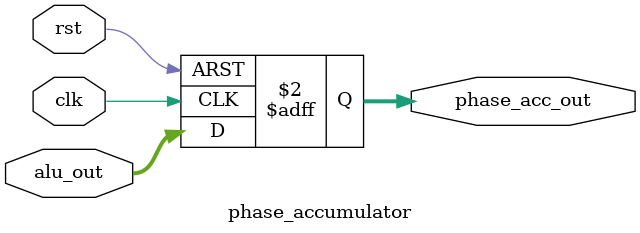
<source format=v>
module phase_accumulator(alu_out, clk, rst, phase_acc_out);
    input [15:0] alu_out;
    input clk, rst;
    output reg [15:0] phase_acc_out;

    always @(posedge clk or posedge rst) begin
        if (rst) begin
            phase_acc_out <= 16'b0;
        end
        else begin
            phase_acc_out <= alu_out;
        end
    end
endmodule

</source>
